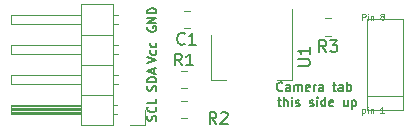
<source format=gto>
%TF.GenerationSoftware,KiCad,Pcbnew,(5.1.12)-1*%
%TF.CreationDate,2022-05-01T00:00:51+01:00*%
%TF.ProjectId,wiicam,77696963-616d-42e6-9b69-6361645f7063,rev?*%
%TF.SameCoordinates,Original*%
%TF.FileFunction,Legend,Top*%
%TF.FilePolarity,Positive*%
%FSLAX46Y46*%
G04 Gerber Fmt 4.6, Leading zero omitted, Abs format (unit mm)*
G04 Created by KiCad (PCBNEW (5.1.12)-1) date 2022-05-01 00:00:51*
%MOMM*%
%LPD*%
G01*
G04 APERTURE LIST*
%ADD10C,0.150000*%
%ADD11C,0.125000*%
%ADD12C,0.120000*%
%ADD13O,2.102000X0.662000*%
%ADD14O,2.102000X0.702000*%
%ADD15O,1.802000X1.802000*%
G04 APERTURE END LIST*
D10*
X155785714Y-126580357D02*
X155750000Y-126616071D01*
X155642857Y-126651785D01*
X155571428Y-126651785D01*
X155464285Y-126616071D01*
X155392857Y-126544642D01*
X155357142Y-126473214D01*
X155321428Y-126330357D01*
X155321428Y-126223214D01*
X155357142Y-126080357D01*
X155392857Y-126008928D01*
X155464285Y-125937500D01*
X155571428Y-125901785D01*
X155642857Y-125901785D01*
X155750000Y-125937500D01*
X155785714Y-125973214D01*
X156428571Y-126651785D02*
X156428571Y-126258928D01*
X156392857Y-126187500D01*
X156321428Y-126151785D01*
X156178571Y-126151785D01*
X156107142Y-126187500D01*
X156428571Y-126616071D02*
X156357142Y-126651785D01*
X156178571Y-126651785D01*
X156107142Y-126616071D01*
X156071428Y-126544642D01*
X156071428Y-126473214D01*
X156107142Y-126401785D01*
X156178571Y-126366071D01*
X156357142Y-126366071D01*
X156428571Y-126330357D01*
X156785714Y-126651785D02*
X156785714Y-126151785D01*
X156785714Y-126223214D02*
X156821428Y-126187500D01*
X156892857Y-126151785D01*
X157000000Y-126151785D01*
X157071428Y-126187500D01*
X157107142Y-126258928D01*
X157107142Y-126651785D01*
X157107142Y-126258928D02*
X157142857Y-126187500D01*
X157214285Y-126151785D01*
X157321428Y-126151785D01*
X157392857Y-126187500D01*
X157428571Y-126258928D01*
X157428571Y-126651785D01*
X158071428Y-126616071D02*
X158000000Y-126651785D01*
X157857142Y-126651785D01*
X157785714Y-126616071D01*
X157750000Y-126544642D01*
X157750000Y-126258928D01*
X157785714Y-126187500D01*
X157857142Y-126151785D01*
X158000000Y-126151785D01*
X158071428Y-126187500D01*
X158107142Y-126258928D01*
X158107142Y-126330357D01*
X157750000Y-126401785D01*
X158428571Y-126651785D02*
X158428571Y-126151785D01*
X158428571Y-126294642D02*
X158464285Y-126223214D01*
X158500000Y-126187500D01*
X158571428Y-126151785D01*
X158642857Y-126151785D01*
X159214285Y-126651785D02*
X159214285Y-126258928D01*
X159178571Y-126187500D01*
X159107142Y-126151785D01*
X158964285Y-126151785D01*
X158892857Y-126187500D01*
X159214285Y-126616071D02*
X159142857Y-126651785D01*
X158964285Y-126651785D01*
X158892857Y-126616071D01*
X158857142Y-126544642D01*
X158857142Y-126473214D01*
X158892857Y-126401785D01*
X158964285Y-126366071D01*
X159142857Y-126366071D01*
X159214285Y-126330357D01*
X160035714Y-126151785D02*
X160321428Y-126151785D01*
X160142857Y-125901785D02*
X160142857Y-126544642D01*
X160178571Y-126616071D01*
X160250000Y-126651785D01*
X160321428Y-126651785D01*
X160892857Y-126651785D02*
X160892857Y-126258928D01*
X160857142Y-126187500D01*
X160785714Y-126151785D01*
X160642857Y-126151785D01*
X160571428Y-126187500D01*
X160892857Y-126616071D02*
X160821428Y-126651785D01*
X160642857Y-126651785D01*
X160571428Y-126616071D01*
X160535714Y-126544642D01*
X160535714Y-126473214D01*
X160571428Y-126401785D01*
X160642857Y-126366071D01*
X160821428Y-126366071D01*
X160892857Y-126330357D01*
X161250000Y-126651785D02*
X161250000Y-125901785D01*
X161250000Y-126187500D02*
X161321428Y-126151785D01*
X161464285Y-126151785D01*
X161535714Y-126187500D01*
X161571428Y-126223214D01*
X161607142Y-126294642D01*
X161607142Y-126508928D01*
X161571428Y-126580357D01*
X161535714Y-126616071D01*
X161464285Y-126651785D01*
X161321428Y-126651785D01*
X161250000Y-126616071D01*
X155392857Y-127426785D02*
X155678571Y-127426785D01*
X155500000Y-127176785D02*
X155500000Y-127819642D01*
X155535714Y-127891071D01*
X155607142Y-127926785D01*
X155678571Y-127926785D01*
X155928571Y-127926785D02*
X155928571Y-127176785D01*
X156250000Y-127926785D02*
X156250000Y-127533928D01*
X156214285Y-127462500D01*
X156142857Y-127426785D01*
X156035714Y-127426785D01*
X155964285Y-127462500D01*
X155928571Y-127498214D01*
X156607142Y-127926785D02*
X156607142Y-127426785D01*
X156607142Y-127176785D02*
X156571428Y-127212500D01*
X156607142Y-127248214D01*
X156642857Y-127212500D01*
X156607142Y-127176785D01*
X156607142Y-127248214D01*
X156928571Y-127891071D02*
X157000000Y-127926785D01*
X157142857Y-127926785D01*
X157214285Y-127891071D01*
X157250000Y-127819642D01*
X157250000Y-127783928D01*
X157214285Y-127712500D01*
X157142857Y-127676785D01*
X157035714Y-127676785D01*
X156964285Y-127641071D01*
X156928571Y-127569642D01*
X156928571Y-127533928D01*
X156964285Y-127462500D01*
X157035714Y-127426785D01*
X157142857Y-127426785D01*
X157214285Y-127462500D01*
X158107142Y-127891071D02*
X158178571Y-127926785D01*
X158321428Y-127926785D01*
X158392857Y-127891071D01*
X158428571Y-127819642D01*
X158428571Y-127783928D01*
X158392857Y-127712500D01*
X158321428Y-127676785D01*
X158214285Y-127676785D01*
X158142857Y-127641071D01*
X158107142Y-127569642D01*
X158107142Y-127533928D01*
X158142857Y-127462500D01*
X158214285Y-127426785D01*
X158321428Y-127426785D01*
X158392857Y-127462500D01*
X158750000Y-127926785D02*
X158750000Y-127426785D01*
X158750000Y-127176785D02*
X158714285Y-127212500D01*
X158750000Y-127248214D01*
X158785714Y-127212500D01*
X158750000Y-127176785D01*
X158750000Y-127248214D01*
X159428571Y-127926785D02*
X159428571Y-127176785D01*
X159428571Y-127891071D02*
X159357142Y-127926785D01*
X159214285Y-127926785D01*
X159142857Y-127891071D01*
X159107142Y-127855357D01*
X159071428Y-127783928D01*
X159071428Y-127569642D01*
X159107142Y-127498214D01*
X159142857Y-127462500D01*
X159214285Y-127426785D01*
X159357142Y-127426785D01*
X159428571Y-127462500D01*
X160071428Y-127891071D02*
X160000000Y-127926785D01*
X159857142Y-127926785D01*
X159785714Y-127891071D01*
X159750000Y-127819642D01*
X159750000Y-127533928D01*
X159785714Y-127462500D01*
X159857142Y-127426785D01*
X160000000Y-127426785D01*
X160071428Y-127462500D01*
X160107142Y-127533928D01*
X160107142Y-127605357D01*
X159750000Y-127676785D01*
X161321428Y-127426785D02*
X161321428Y-127926785D01*
X161000000Y-127426785D02*
X161000000Y-127819642D01*
X161035714Y-127891071D01*
X161107142Y-127926785D01*
X161214285Y-127926785D01*
X161285714Y-127891071D01*
X161321428Y-127855357D01*
X161678571Y-127426785D02*
X161678571Y-128176785D01*
X161678571Y-127462500D02*
X161750000Y-127426785D01*
X161892857Y-127426785D01*
X161964285Y-127462500D01*
X162000000Y-127498214D01*
X162035714Y-127569642D01*
X162035714Y-127783928D01*
X162000000Y-127855357D01*
X161964285Y-127891071D01*
X161892857Y-127926785D01*
X161750000Y-127926785D01*
X161678571Y-127891071D01*
X144405000Y-121221428D02*
X144369285Y-121292857D01*
X144369285Y-121400000D01*
X144405000Y-121507142D01*
X144476428Y-121578571D01*
X144547857Y-121614285D01*
X144690714Y-121650000D01*
X144797857Y-121650000D01*
X144940714Y-121614285D01*
X145012142Y-121578571D01*
X145083571Y-121507142D01*
X145119285Y-121400000D01*
X145119285Y-121328571D01*
X145083571Y-121221428D01*
X145047857Y-121185714D01*
X144797857Y-121185714D01*
X144797857Y-121328571D01*
X145119285Y-120864285D02*
X144369285Y-120864285D01*
X145119285Y-120435714D01*
X144369285Y-120435714D01*
X145119285Y-120078571D02*
X144369285Y-120078571D01*
X144369285Y-119900000D01*
X144405000Y-119792857D01*
X144476428Y-119721428D01*
X144547857Y-119685714D01*
X144690714Y-119650000D01*
X144797857Y-119650000D01*
X144940714Y-119685714D01*
X145012142Y-119721428D01*
X145083571Y-119792857D01*
X145119285Y-119900000D01*
X145119285Y-120078571D01*
X145083571Y-129162857D02*
X145119285Y-129055714D01*
X145119285Y-128877142D01*
X145083571Y-128805714D01*
X145047857Y-128770000D01*
X144976428Y-128734285D01*
X144905000Y-128734285D01*
X144833571Y-128770000D01*
X144797857Y-128805714D01*
X144762142Y-128877142D01*
X144726428Y-129020000D01*
X144690714Y-129091428D01*
X144655000Y-129127142D01*
X144583571Y-129162857D01*
X144512142Y-129162857D01*
X144440714Y-129127142D01*
X144405000Y-129091428D01*
X144369285Y-129020000D01*
X144369285Y-128841428D01*
X144405000Y-128734285D01*
X145047857Y-127984285D02*
X145083571Y-128020000D01*
X145119285Y-128127142D01*
X145119285Y-128198571D01*
X145083571Y-128305714D01*
X145012142Y-128377142D01*
X144940714Y-128412857D01*
X144797857Y-128448571D01*
X144690714Y-128448571D01*
X144547857Y-128412857D01*
X144476428Y-128377142D01*
X144405000Y-128305714D01*
X144369285Y-128198571D01*
X144369285Y-128127142D01*
X144405000Y-128020000D01*
X144440714Y-127984285D01*
X145119285Y-127305714D02*
X145119285Y-127662857D01*
X144369285Y-127662857D01*
D11*
X162544238Y-120622190D02*
X162544238Y-120122190D01*
X162734714Y-120122190D01*
X162782333Y-120146000D01*
X162806142Y-120169809D01*
X162829952Y-120217428D01*
X162829952Y-120288857D01*
X162806142Y-120336476D01*
X162782333Y-120360285D01*
X162734714Y-120384095D01*
X162544238Y-120384095D01*
X163044238Y-120622190D02*
X163044238Y-120288857D01*
X163044238Y-120122190D02*
X163020428Y-120146000D01*
X163044238Y-120169809D01*
X163068047Y-120146000D01*
X163044238Y-120122190D01*
X163044238Y-120169809D01*
X163282333Y-120288857D02*
X163282333Y-120622190D01*
X163282333Y-120336476D02*
X163306142Y-120312666D01*
X163353761Y-120288857D01*
X163425190Y-120288857D01*
X163472809Y-120312666D01*
X163496619Y-120360285D01*
X163496619Y-120622190D01*
X164187095Y-120336476D02*
X164139476Y-120312666D01*
X164115666Y-120288857D01*
X164091857Y-120241238D01*
X164091857Y-120217428D01*
X164115666Y-120169809D01*
X164139476Y-120146000D01*
X164187095Y-120122190D01*
X164282333Y-120122190D01*
X164329952Y-120146000D01*
X164353761Y-120169809D01*
X164377571Y-120217428D01*
X164377571Y-120241238D01*
X164353761Y-120288857D01*
X164329952Y-120312666D01*
X164282333Y-120336476D01*
X164187095Y-120336476D01*
X164139476Y-120360285D01*
X164115666Y-120384095D01*
X164091857Y-120431714D01*
X164091857Y-120526952D01*
X164115666Y-120574571D01*
X164139476Y-120598380D01*
X164187095Y-120622190D01*
X164282333Y-120622190D01*
X164329952Y-120598380D01*
X164353761Y-120574571D01*
X164377571Y-120526952D01*
X164377571Y-120431714D01*
X164353761Y-120384095D01*
X164329952Y-120360285D01*
X164282333Y-120336476D01*
D10*
X145083571Y-126640714D02*
X145119285Y-126533571D01*
X145119285Y-126355000D01*
X145083571Y-126283571D01*
X145047857Y-126247857D01*
X144976428Y-126212142D01*
X144905000Y-126212142D01*
X144833571Y-126247857D01*
X144797857Y-126283571D01*
X144762142Y-126355000D01*
X144726428Y-126497857D01*
X144690714Y-126569285D01*
X144655000Y-126605000D01*
X144583571Y-126640714D01*
X144512142Y-126640714D01*
X144440714Y-126605000D01*
X144405000Y-126569285D01*
X144369285Y-126497857D01*
X144369285Y-126319285D01*
X144405000Y-126212142D01*
X145119285Y-125890714D02*
X144369285Y-125890714D01*
X144369285Y-125712142D01*
X144405000Y-125605000D01*
X144476428Y-125533571D01*
X144547857Y-125497857D01*
X144690714Y-125462142D01*
X144797857Y-125462142D01*
X144940714Y-125497857D01*
X145012142Y-125533571D01*
X145083571Y-125605000D01*
X145119285Y-125712142D01*
X145119285Y-125890714D01*
X144905000Y-125176428D02*
X144905000Y-124819285D01*
X145119285Y-125247857D02*
X144369285Y-124997857D01*
X145119285Y-124747857D01*
X144369285Y-124286857D02*
X145119285Y-124036857D01*
X144369285Y-123786857D01*
X145083571Y-123215428D02*
X145119285Y-123286857D01*
X145119285Y-123429714D01*
X145083571Y-123501142D01*
X145047857Y-123536857D01*
X144976428Y-123572571D01*
X144762142Y-123572571D01*
X144690714Y-123536857D01*
X144655000Y-123501142D01*
X144619285Y-123429714D01*
X144619285Y-123286857D01*
X144655000Y-123215428D01*
X145083571Y-122572571D02*
X145119285Y-122644000D01*
X145119285Y-122786857D01*
X145083571Y-122858285D01*
X145047857Y-122894000D01*
X144976428Y-122929714D01*
X144762142Y-122929714D01*
X144690714Y-122894000D01*
X144655000Y-122858285D01*
X144619285Y-122786857D01*
X144619285Y-122644000D01*
X144655000Y-122572571D01*
D11*
X162568047Y-128162857D02*
X162568047Y-128662857D01*
X162568047Y-128186666D02*
X162615666Y-128162857D01*
X162710904Y-128162857D01*
X162758523Y-128186666D01*
X162782333Y-128210476D01*
X162806142Y-128258095D01*
X162806142Y-128400952D01*
X162782333Y-128448571D01*
X162758523Y-128472380D01*
X162710904Y-128496190D01*
X162615666Y-128496190D01*
X162568047Y-128472380D01*
X163020428Y-128496190D02*
X163020428Y-128162857D01*
X163020428Y-127996190D02*
X162996619Y-128020000D01*
X163020428Y-128043809D01*
X163044238Y-128020000D01*
X163020428Y-127996190D01*
X163020428Y-128043809D01*
X163258523Y-128162857D02*
X163258523Y-128496190D01*
X163258523Y-128210476D02*
X163282333Y-128186666D01*
X163329952Y-128162857D01*
X163401380Y-128162857D01*
X163449000Y-128186666D01*
X163472809Y-128234285D01*
X163472809Y-128496190D01*
X164353761Y-128496190D02*
X164068047Y-128496190D01*
X164210904Y-128496190D02*
X164210904Y-127996190D01*
X164163285Y-128067619D01*
X164115666Y-128115238D01*
X164068047Y-128139047D01*
D12*
X162965000Y-128260000D02*
X162965000Y-120560000D01*
X162965000Y-120560000D02*
X165965000Y-120560000D01*
X165965000Y-120560000D02*
X165965000Y-128260000D01*
X165965000Y-128260000D02*
X162965000Y-128260000D01*
X162965000Y-127110000D02*
X165965000Y-127110000D01*
X147940752Y-119865000D02*
X147418248Y-119865000D01*
X147940752Y-121335000D02*
X147418248Y-121335000D01*
X147219936Y-126415000D02*
X147674064Y-126415000D01*
X147219936Y-124945000D02*
X147674064Y-124945000D01*
X141435000Y-129550000D02*
X141435000Y-119270000D01*
X141435000Y-119270000D02*
X138775000Y-119270000D01*
X138775000Y-119270000D02*
X138775000Y-129550000D01*
X138775000Y-129550000D02*
X141435000Y-129550000D01*
X138775000Y-128600000D02*
X132775000Y-128600000D01*
X132775000Y-128600000D02*
X132775000Y-127840000D01*
X132775000Y-127840000D02*
X138775000Y-127840000D01*
X138775000Y-128540000D02*
X132775000Y-128540000D01*
X138775000Y-128420000D02*
X132775000Y-128420000D01*
X138775000Y-128300000D02*
X132775000Y-128300000D01*
X138775000Y-128180000D02*
X132775000Y-128180000D01*
X138775000Y-128060000D02*
X132775000Y-128060000D01*
X138775000Y-127940000D02*
X132775000Y-127940000D01*
X141765000Y-128600000D02*
X141435000Y-128600000D01*
X141765000Y-127840000D02*
X141435000Y-127840000D01*
X141435000Y-126950000D02*
X138775000Y-126950000D01*
X138775000Y-126060000D02*
X132775000Y-126060000D01*
X132775000Y-126060000D02*
X132775000Y-125300000D01*
X132775000Y-125300000D02*
X138775000Y-125300000D01*
X141832071Y-126060000D02*
X141435000Y-126060000D01*
X141832071Y-125300000D02*
X141435000Y-125300000D01*
X141435000Y-124410000D02*
X138775000Y-124410000D01*
X138775000Y-123520000D02*
X132775000Y-123520000D01*
X132775000Y-123520000D02*
X132775000Y-122760000D01*
X132775000Y-122760000D02*
X138775000Y-122760000D01*
X141832071Y-123520000D02*
X141435000Y-123520000D01*
X141832071Y-122760000D02*
X141435000Y-122760000D01*
X141435000Y-121870000D02*
X138775000Y-121870000D01*
X138775000Y-120980000D02*
X132775000Y-120980000D01*
X132775000Y-120980000D02*
X132775000Y-120220000D01*
X132775000Y-120220000D02*
X138775000Y-120220000D01*
X141832071Y-120980000D02*
X141435000Y-120980000D01*
X141832071Y-120220000D02*
X141435000Y-120220000D01*
X144145000Y-128220000D02*
X144145000Y-129490000D01*
X144145000Y-129490000D02*
X142875000Y-129490000D01*
X159882064Y-120500000D02*
X159427936Y-120500000D01*
X159882064Y-121970000D02*
X159427936Y-121970000D01*
X147219936Y-127485000D02*
X147674064Y-127485000D01*
X147219936Y-128955000D02*
X147674064Y-128955000D01*
X149752000Y-125685000D02*
X151012000Y-125685000D01*
X156572000Y-125685000D02*
X155312000Y-125685000D01*
X149752000Y-121925000D02*
X149752000Y-125685000D01*
X156572000Y-119675000D02*
X156572000Y-125685000D01*
D10*
X147512833Y-122637142D02*
X147465214Y-122684761D01*
X147322357Y-122732380D01*
X147227119Y-122732380D01*
X147084261Y-122684761D01*
X146989023Y-122589523D01*
X146941404Y-122494285D01*
X146893785Y-122303809D01*
X146893785Y-122160952D01*
X146941404Y-121970476D01*
X146989023Y-121875238D01*
X147084261Y-121780000D01*
X147227119Y-121732380D01*
X147322357Y-121732380D01*
X147465214Y-121780000D01*
X147512833Y-121827619D01*
X148465214Y-122732380D02*
X147893785Y-122732380D01*
X148179500Y-122732380D02*
X148179500Y-121732380D01*
X148084261Y-121875238D01*
X147989023Y-121970476D01*
X147893785Y-122018095D01*
X147280333Y-124482380D02*
X146947000Y-124006190D01*
X146708904Y-124482380D02*
X146708904Y-123482380D01*
X147089857Y-123482380D01*
X147185095Y-123530000D01*
X147232714Y-123577619D01*
X147280333Y-123672857D01*
X147280333Y-123815714D01*
X147232714Y-123910952D01*
X147185095Y-123958571D01*
X147089857Y-124006190D01*
X146708904Y-124006190D01*
X148232714Y-124482380D02*
X147661285Y-124482380D01*
X147947000Y-124482380D02*
X147947000Y-123482380D01*
X147851761Y-123625238D01*
X147756523Y-123720476D01*
X147661285Y-123768095D01*
X159488333Y-123337380D02*
X159155000Y-122861190D01*
X158916904Y-123337380D02*
X158916904Y-122337380D01*
X159297857Y-122337380D01*
X159393095Y-122385000D01*
X159440714Y-122432619D01*
X159488333Y-122527857D01*
X159488333Y-122670714D01*
X159440714Y-122765952D01*
X159393095Y-122813571D01*
X159297857Y-122861190D01*
X158916904Y-122861190D01*
X159821666Y-122337380D02*
X160440714Y-122337380D01*
X160107380Y-122718333D01*
X160250238Y-122718333D01*
X160345476Y-122765952D01*
X160393095Y-122813571D01*
X160440714Y-122908809D01*
X160440714Y-123146904D01*
X160393095Y-123242142D01*
X160345476Y-123289761D01*
X160250238Y-123337380D01*
X159964523Y-123337380D01*
X159869285Y-123289761D01*
X159821666Y-123242142D01*
X150201333Y-129434380D02*
X149868000Y-128958190D01*
X149629904Y-129434380D02*
X149629904Y-128434380D01*
X150010857Y-128434380D01*
X150106095Y-128482000D01*
X150153714Y-128529619D01*
X150201333Y-128624857D01*
X150201333Y-128767714D01*
X150153714Y-128862952D01*
X150106095Y-128910571D01*
X150010857Y-128958190D01*
X149629904Y-128958190D01*
X150582285Y-128529619D02*
X150629904Y-128482000D01*
X150725142Y-128434380D01*
X150963238Y-128434380D01*
X151058476Y-128482000D01*
X151106095Y-128529619D01*
X151153714Y-128624857D01*
X151153714Y-128720095D01*
X151106095Y-128862952D01*
X150534666Y-129434380D01*
X151153714Y-129434380D01*
X157114380Y-124536904D02*
X157923904Y-124536904D01*
X158019142Y-124489285D01*
X158066761Y-124441666D01*
X158114380Y-124346428D01*
X158114380Y-124155952D01*
X158066761Y-124060714D01*
X158019142Y-124013095D01*
X157923904Y-123965476D01*
X157114380Y-123965476D01*
X158114380Y-122965476D02*
X158114380Y-123536904D01*
X158114380Y-123251190D02*
X157114380Y-123251190D01*
X157257238Y-123346428D01*
X157352476Y-123441666D01*
X157400095Y-123536904D01*
%LPC*%
D13*
X164465000Y-121260000D03*
D14*
X164465000Y-122160000D03*
X164465000Y-123060000D03*
X164465000Y-123960000D03*
X164465000Y-124860000D03*
X164465000Y-125760000D03*
X164465000Y-126660000D03*
X164465000Y-127560000D03*
G36*
G01*
X149355500Y-120095702D02*
X149355500Y-121104298D01*
G75*
G02*
X149083798Y-121376000I-271702J0D01*
G01*
X148350202Y-121376000D01*
G75*
G02*
X148078500Y-121104298I0J271702D01*
G01*
X148078500Y-120095702D01*
G75*
G02*
X148350202Y-119824000I271702J0D01*
G01*
X149083798Y-119824000D01*
G75*
G02*
X149355500Y-120095702I0J-271702D01*
G01*
G37*
G36*
G01*
X147280500Y-120095702D02*
X147280500Y-121104298D01*
G75*
G02*
X147008798Y-121376000I-271702J0D01*
G01*
X146275202Y-121376000D01*
G75*
G02*
X146003500Y-121104298I0J271702D01*
G01*
X146003500Y-120095702D01*
G75*
G02*
X146275202Y-119824000I271702J0D01*
G01*
X147008798Y-119824000D01*
G75*
G02*
X147280500Y-120095702I0J-271702D01*
G01*
G37*
G36*
G01*
X145796000Y-126159752D02*
X145796000Y-125200248D01*
G75*
G02*
X146067248Y-124929000I271248J0D01*
G01*
X146826752Y-124929000D01*
G75*
G02*
X147098000Y-125200248I0J-271248D01*
G01*
X147098000Y-126159752D01*
G75*
G02*
X146826752Y-126431000I-271248J0D01*
G01*
X146067248Y-126431000D01*
G75*
G02*
X145796000Y-126159752I0J271248D01*
G01*
G37*
G36*
G01*
X147796000Y-126159752D02*
X147796000Y-125200248D01*
G75*
G02*
X148067248Y-124929000I271248J0D01*
G01*
X148826752Y-124929000D01*
G75*
G02*
X149098000Y-125200248I0J-271248D01*
G01*
X149098000Y-126159752D01*
G75*
G02*
X148826752Y-126431000I-271248J0D01*
G01*
X148067248Y-126431000D01*
G75*
G02*
X147796000Y-126159752I0J271248D01*
G01*
G37*
D15*
X142875000Y-120600000D03*
X142875000Y-123140000D03*
X142875000Y-125680000D03*
G36*
G01*
X143776000Y-127370000D02*
X143776000Y-129070000D01*
G75*
G02*
X143725000Y-129121000I-51000J0D01*
G01*
X142025000Y-129121000D01*
G75*
G02*
X141974000Y-129070000I0J51000D01*
G01*
X141974000Y-127370000D01*
G75*
G02*
X142025000Y-127319000I51000J0D01*
G01*
X143725000Y-127319000D01*
G75*
G02*
X143776000Y-127370000I0J-51000D01*
G01*
G37*
G36*
G01*
X161306000Y-120755248D02*
X161306000Y-121714752D01*
G75*
G02*
X161034752Y-121986000I-271248J0D01*
G01*
X160275248Y-121986000D01*
G75*
G02*
X160004000Y-121714752I0J271248D01*
G01*
X160004000Y-120755248D01*
G75*
G02*
X160275248Y-120484000I271248J0D01*
G01*
X161034752Y-120484000D01*
G75*
G02*
X161306000Y-120755248I0J-271248D01*
G01*
G37*
G36*
G01*
X159306000Y-120755248D02*
X159306000Y-121714752D01*
G75*
G02*
X159034752Y-121986000I-271248J0D01*
G01*
X158275248Y-121986000D01*
G75*
G02*
X158004000Y-121714752I0J271248D01*
G01*
X158004000Y-120755248D01*
G75*
G02*
X158275248Y-120484000I271248J0D01*
G01*
X159034752Y-120484000D01*
G75*
G02*
X159306000Y-120755248I0J-271248D01*
G01*
G37*
G36*
G01*
X147796000Y-128699752D02*
X147796000Y-127740248D01*
G75*
G02*
X148067248Y-127469000I271248J0D01*
G01*
X148826752Y-127469000D01*
G75*
G02*
X149098000Y-127740248I0J-271248D01*
G01*
X149098000Y-128699752D01*
G75*
G02*
X148826752Y-128971000I-271248J0D01*
G01*
X148067248Y-128971000D01*
G75*
G02*
X147796000Y-128699752I0J271248D01*
G01*
G37*
G36*
G01*
X145796000Y-128699752D02*
X145796000Y-127740248D01*
G75*
G02*
X146067248Y-127469000I271248J0D01*
G01*
X146826752Y-127469000D01*
G75*
G02*
X147098000Y-127740248I0J-271248D01*
G01*
X147098000Y-128699752D01*
G75*
G02*
X146826752Y-128971000I-271248J0D01*
G01*
X146067248Y-128971000D01*
G75*
G02*
X145796000Y-128699752I0J271248D01*
G01*
G37*
G36*
G01*
X154712000Y-119574000D02*
X156212000Y-119574000D01*
G75*
G02*
X156263000Y-119625000I0J-51000D01*
G01*
X156263000Y-121625000D01*
G75*
G02*
X156212000Y-121676000I-51000J0D01*
G01*
X154712000Y-121676000D01*
G75*
G02*
X154661000Y-121625000I0J51000D01*
G01*
X154661000Y-119625000D01*
G75*
G02*
X154712000Y-119574000I51000J0D01*
G01*
G37*
G36*
G01*
X150112000Y-119574000D02*
X151612000Y-119574000D01*
G75*
G02*
X151663000Y-119625000I0J-51000D01*
G01*
X151663000Y-121625000D01*
G75*
G02*
X151612000Y-121676000I-51000J0D01*
G01*
X150112000Y-121676000D01*
G75*
G02*
X150061000Y-121625000I0J51000D01*
G01*
X150061000Y-119625000D01*
G75*
G02*
X150112000Y-119574000I51000J0D01*
G01*
G37*
G36*
G01*
X152412000Y-119574000D02*
X153912000Y-119574000D01*
G75*
G02*
X153963000Y-119625000I0J-51000D01*
G01*
X153963000Y-121625000D01*
G75*
G02*
X153912000Y-121676000I-51000J0D01*
G01*
X152412000Y-121676000D01*
G75*
G02*
X152361000Y-121625000I0J51000D01*
G01*
X152361000Y-119625000D01*
G75*
G02*
X152412000Y-119574000I51000J0D01*
G01*
G37*
G36*
G01*
X151262000Y-125874000D02*
X155062000Y-125874000D01*
G75*
G02*
X155113000Y-125925000I0J-51000D01*
G01*
X155113000Y-127925000D01*
G75*
G02*
X155062000Y-127976000I-51000J0D01*
G01*
X151262000Y-127976000D01*
G75*
G02*
X151211000Y-127925000I0J51000D01*
G01*
X151211000Y-125925000D01*
G75*
G02*
X151262000Y-125874000I51000J0D01*
G01*
G37*
M02*

</source>
